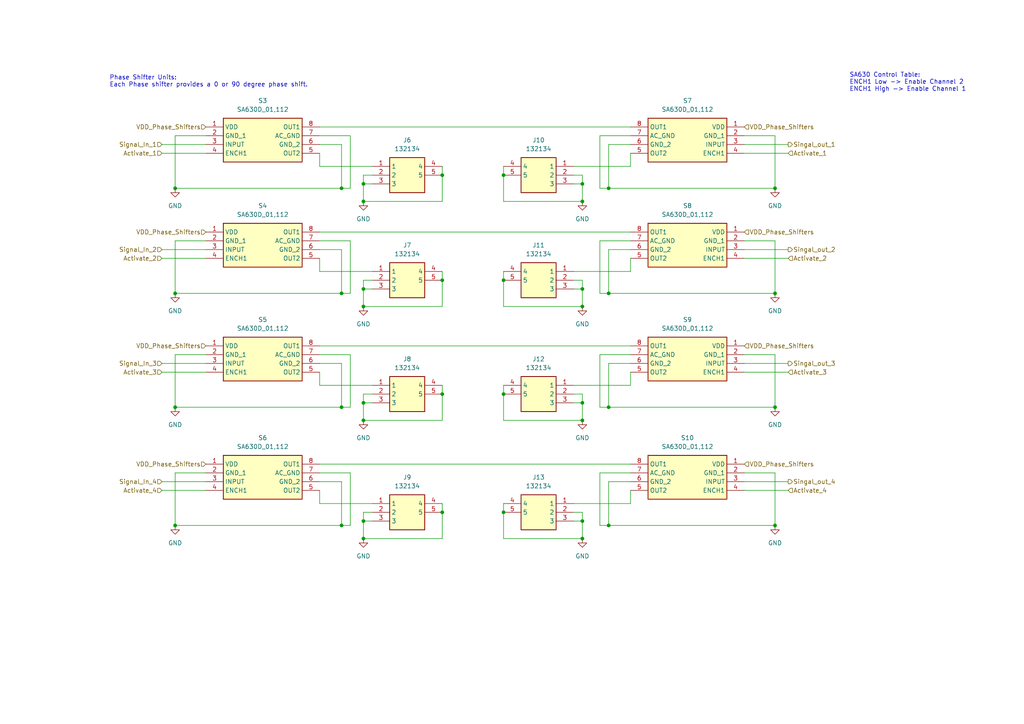
<source format=kicad_sch>
(kicad_sch (version 20230121) (generator eeschema)
  (paper "A4")
  (lib_symbols
    (symbol "Comms_system_parts:132134"
      (property "Reference" "J" (at 16.51 7.62 0))
      (property "Value" "132134" (at 16.51 5.08 0))
      (symbol "132134_1_1"
        (rectangle (start 5.08 2.54) (end 15.24 -7.62) (stroke (width 0.254)) (fill (type background)))
        (pin passive line (at 0 0 0) (length 5.08) (name "1") (number "1"))
        (pin passive line (at 0 -2.54 0) (length 5.08) (name "2") (number "2"))
        (pin passive line (at 0 -5.08 0) (length 5.08) (name "3") (number "3"))
        (pin passive line (at 20.32 0 180) (length 5.08) (name "4") (number "4"))
        (pin passive line (at 20.32 -2.54 180) (length 5.08) (name "5") (number "5"))
      )
    )
    (symbol "Comms_system_parts:SA630D_01,112"
      (property "Reference" "S" (at 29.21 7.62 0))
      (property "Value" "SA630D_01,112" (at 29.21 5.08 0))
      (symbol "SA630D_01,112_1_1"
        (rectangle (start 5.08 2.54) (end 27.94 -10.16) (stroke (width 0.254)) (fill (type background)))
        (pin passive line (at 0 0 0) (length 5.08) (name "VDD") (number "1"))
        (pin passive line (at 0 -2.54 0) (length 5.08) (name "GND_1") (number "2"))
        (pin passive line (at 0 -5.08 0) (length 5.08) (name "INPUT") (number "3"))
        (pin passive line (at 0 -7.62 0) (length 5.08) (name "ENCH1") (number "4"))
        (pin passive line (at 33.02 -7.62 180) (length 5.08) (name "OUT2") (number "5"))
        (pin passive line (at 33.02 -5.08 180) (length 5.08) (name "GND_2") (number "6"))
        (pin passive line (at 33.02 -2.54 180) (length 5.08) (name "AC_GND") (number "7"))
        (pin passive line (at 33.02 0 180) (length 5.08) (name "OUT1") (number "8"))
      )
    )
    (symbol "power:GND" (power) (pin_names (offset 0))
      (property "Value" "GND" (at 0 -3.81 0))
      (symbol "GND_0_1"
        (polyline (pts (xy 0 0) (xy 0 -1.27) (xy 1.27 -1.27) (xy 0 -2.54) (xy -1.27 -1.27) (xy 0 -1.27)))
      )
      (symbol "GND_1_1"
        (pin power_in line (at 0 0 270) (length 0) hide (name "GND") (number "1"))
      )
    )
  )
  (junction (at 168.91 156.21))
  (junction (at 105.41 151.13))
  (junction (at 128.27 50.8))
  (junction (at 105.41 58.42))
  (junction (at 128.27 148.59))
  (junction (at 105.41 83.82))
  (junction (at 224.79 54.61))
  (junction (at 128.27 81.28))
  (junction (at 105.41 156.21))
  (junction (at 168.91 58.42))
  (junction (at 50.8 118.11))
  (junction (at 146.05 81.28))
  (junction (at 146.05 114.3))
  (junction (at 168.91 151.13))
  (junction (at 224.79 118.11))
  (junction (at 176.53 118.11))
  (junction (at 50.8 54.61))
  (junction (at 50.8 152.4))
  (junction (at 168.91 116.84))
  (junction (at 128.27 114.3))
  (junction (at 168.91 121.92))
  (junction (at 224.79 152.4))
  (junction (at 105.41 121.92))
  (junction (at 176.53 54.61))
  (junction (at 176.53 85.09))
  (junction (at 105.41 53.34))
  (junction (at 105.41 116.84))
  (junction (at 146.05 148.59))
  (junction (at 168.91 53.34))
  (junction (at 224.79 85.09))
  (junction (at 168.91 88.9))
  (junction (at 99.06 85.09))
  (junction (at 99.06 118.11))
  (junction (at 176.53 152.4))
  (junction (at 146.05 50.8))
  (junction (at 105.41 88.9))
  (junction (at 99.06 54.61))
  (junction (at 50.8 85.09))
  (junction (at 168.91 83.82))
  (junction (at 99.06 152.4))
  (wire (pts (xy 92.71 36.83) (xy 182.88 36.83)))
  (wire (pts (xy 166.37 78.74) (xy 182.88 78.74)))
  (wire (pts (xy 99.06 72.39) (xy 99.06 85.09)))
  (wire (pts (xy 128.27 121.92) (xy 105.41 121.92)))
  (wire (pts (xy 128.27 146.05) (xy 128.27 148.59)))
  (wire (pts (xy 168.91 83.82) (xy 168.91 88.9)))
  (wire (pts (xy 182.88 139.7) (xy 176.53 139.7)))
  (wire (pts (xy 128.27 111.76) (xy 128.27 114.3)))
  (wire (pts (xy 105.41 148.59) (xy 105.41 151.13)))
  (wire (pts (xy 146.05 146.05) (xy 146.05 148.59)))
  (wire (pts (xy 168.91 83.82) (xy 166.37 83.82)))
  (wire (pts (xy 168.91 114.3) (xy 168.91 116.84)))
  (wire (pts (xy 146.05 148.59) (xy 146.05 156.21)))
  (wire (pts (xy 182.88 105.41) (xy 176.53 105.41)))
  (wire (pts (xy 215.9 72.39) (xy 228.6 72.39)))
  (wire (pts (xy 166.37 111.76) (xy 182.88 111.76)))
  (wire (pts (xy 182.88 39.37) (xy 173.99 39.37)))
  (wire (pts (xy 168.91 116.84) (xy 166.37 116.84)))
  (wire (pts (xy 176.53 54.61) (xy 224.79 54.61)))
  (wire (pts (xy 92.71 48.26) (xy 107.95 48.26)))
  (wire (pts (xy 92.71 107.95) (xy 92.71 111.76)))
  (wire (pts (xy 166.37 50.8) (xy 168.91 50.8)))
  (wire (pts (xy 146.05 48.26) (xy 146.05 50.8)))
  (wire (pts (xy 46.99 142.24) (xy 59.69 142.24)))
  (wire (pts (xy 146.05 58.42) (xy 168.91 58.42)))
  (wire (pts (xy 173.99 54.61) (xy 176.53 54.61)))
  (wire (pts (xy 176.53 105.41) (xy 176.53 118.11)))
  (wire (pts (xy 166.37 146.05) (xy 182.88 146.05)))
  (wire (pts (xy 46.99 41.91) (xy 59.69 41.91)))
  (wire (pts (xy 168.91 53.34) (xy 166.37 53.34)))
  (wire (pts (xy 182.88 107.95) (xy 182.88 111.76)))
  (wire (pts (xy 92.71 142.24) (xy 92.71 146.05)))
  (wire (pts (xy 128.27 50.8) (xy 128.27 58.42)))
  (wire (pts (xy 46.99 107.95) (xy 59.69 107.95)))
  (wire (pts (xy 101.6 102.87) (xy 101.6 118.11)))
  (wire (pts (xy 92.71 72.39) (xy 99.06 72.39)))
  (wire (pts (xy 166.37 148.59) (xy 168.91 148.59)))
  (wire (pts (xy 168.91 53.34) (xy 168.91 58.42)))
  (wire (pts (xy 128.27 81.28) (xy 128.27 88.9)))
  (wire (pts (xy 215.9 69.85) (xy 224.79 69.85)))
  (wire (pts (xy 173.99 85.09) (xy 176.53 85.09)))
  (wire (pts (xy 46.99 72.39) (xy 59.69 72.39)))
  (wire (pts (xy 146.05 78.74) (xy 146.05 81.28)))
  (wire (pts (xy 146.05 114.3) (xy 146.05 121.92)))
  (wire (pts (xy 176.53 118.11) (xy 224.79 118.11)))
  (wire (pts (xy 59.69 39.37) (xy 50.8 39.37)))
  (wire (pts (xy 105.41 114.3) (xy 107.95 114.3)))
  (wire (pts (xy 228.6 74.93) (xy 215.9 74.93)))
  (wire (pts (xy 173.99 39.37) (xy 173.99 54.61)))
  (wire (pts (xy 99.06 152.4) (xy 50.8 152.4)))
  (wire (pts (xy 176.53 85.09) (xy 224.79 85.09)))
  (wire (pts (xy 146.05 121.92) (xy 168.91 121.92)))
  (wire (pts (xy 168.91 81.28) (xy 168.91 83.82)))
  (wire (pts (xy 59.69 137.16) (xy 50.8 137.16)))
  (wire (pts (xy 92.71 102.87) (xy 101.6 102.87)))
  (wire (pts (xy 182.88 69.85) (xy 173.99 69.85)))
  (wire (pts (xy 105.41 151.13) (xy 107.95 151.13)))
  (wire (pts (xy 224.79 137.16) (xy 224.79 152.4)))
  (wire (pts (xy 99.06 118.11) (xy 50.8 118.11)))
  (wire (pts (xy 182.88 102.87) (xy 173.99 102.87)))
  (wire (pts (xy 59.69 102.87) (xy 50.8 102.87)))
  (wire (pts (xy 92.71 111.76) (xy 107.95 111.76)))
  (wire (pts (xy 128.27 88.9) (xy 105.41 88.9)))
  (wire (pts (xy 101.6 118.11) (xy 99.06 118.11)))
  (wire (pts (xy 105.41 151.13) (xy 105.41 156.21)))
  (wire (pts (xy 182.88 74.93) (xy 182.88 78.74)))
  (wire (pts (xy 224.79 69.85) (xy 224.79 85.09)))
  (wire (pts (xy 128.27 78.74) (xy 128.27 81.28)))
  (wire (pts (xy 128.27 58.42) (xy 105.41 58.42)))
  (wire (pts (xy 182.88 142.24) (xy 182.88 146.05)))
  (wire (pts (xy 215.9 105.41) (xy 228.6 105.41)))
  (wire (pts (xy 59.69 69.85) (xy 50.8 69.85)))
  (wire (pts (xy 168.91 116.84) (xy 168.91 121.92)))
  (wire (pts (xy 173.99 69.85) (xy 173.99 85.09)))
  (wire (pts (xy 105.41 116.84) (xy 107.95 116.84)))
  (wire (pts (xy 176.53 152.4) (xy 224.79 152.4)))
  (wire (pts (xy 173.99 118.11) (xy 176.53 118.11)))
  (wire (pts (xy 146.05 81.28) (xy 146.05 88.9)))
  (wire (pts (xy 176.53 72.39) (xy 176.53 85.09)))
  (wire (pts (xy 228.6 107.95) (xy 215.9 107.95)))
  (wire (pts (xy 105.41 53.34) (xy 107.95 53.34)))
  (wire (pts (xy 215.9 41.91) (xy 228.6 41.91)))
  (wire (pts (xy 105.41 83.82) (xy 107.95 83.82)))
  (wire (pts (xy 92.71 74.93) (xy 92.71 78.74)))
  (wire (pts (xy 146.05 50.8) (xy 146.05 58.42)))
  (wire (pts (xy 215.9 137.16) (xy 224.79 137.16)))
  (wire (pts (xy 105.41 81.28) (xy 107.95 81.28)))
  (wire (pts (xy 166.37 48.26) (xy 182.88 48.26)))
  (wire (pts (xy 128.27 148.59) (xy 128.27 156.21)))
  (wire (pts (xy 168.91 151.13) (xy 168.91 156.21)))
  (wire (pts (xy 92.71 100.33) (xy 182.88 100.33)))
  (wire (pts (xy 92.71 105.41) (xy 99.06 105.41)))
  (wire (pts (xy 92.71 69.85) (xy 101.6 69.85)))
  (wire (pts (xy 173.99 137.16) (xy 173.99 152.4)))
  (wire (pts (xy 46.99 44.45) (xy 59.69 44.45)))
  (wire (pts (xy 101.6 69.85) (xy 101.6 85.09)))
  (wire (pts (xy 176.53 139.7) (xy 176.53 152.4)))
  (wire (pts (xy 105.41 81.28) (xy 105.41 83.82)))
  (wire (pts (xy 105.41 116.84) (xy 105.41 121.92)))
  (wire (pts (xy 168.91 151.13) (xy 166.37 151.13)))
  (wire (pts (xy 224.79 39.37) (xy 224.79 54.61)))
  (wire (pts (xy 215.9 102.87) (xy 224.79 102.87)))
  (wire (pts (xy 166.37 81.28) (xy 168.91 81.28)))
  (wire (pts (xy 92.71 41.91) (xy 99.06 41.91)))
  (wire (pts (xy 215.9 139.7) (xy 228.6 139.7)))
  (wire (pts (xy 228.6 142.24) (xy 215.9 142.24)))
  (wire (pts (xy 101.6 85.09) (xy 99.06 85.09)))
  (wire (pts (xy 224.79 102.87) (xy 224.79 118.11)))
  (wire (pts (xy 99.06 54.61) (xy 50.8 54.61)))
  (wire (pts (xy 92.71 44.45) (xy 92.71 48.26)))
  (wire (pts (xy 105.41 83.82) (xy 105.41 88.9)))
  (wire (pts (xy 99.06 85.09) (xy 50.8 85.09)))
  (wire (pts (xy 146.05 156.21) (xy 168.91 156.21)))
  (wire (pts (xy 92.71 146.05) (xy 107.95 146.05)))
  (wire (pts (xy 105.41 50.8) (xy 105.41 53.34)))
  (wire (pts (xy 173.99 102.87) (xy 173.99 118.11)))
  (wire (pts (xy 182.88 41.91) (xy 176.53 41.91)))
  (wire (pts (xy 182.88 72.39) (xy 176.53 72.39)))
  (wire (pts (xy 92.71 78.74) (xy 107.95 78.74)))
  (wire (pts (xy 50.8 137.16) (xy 50.8 152.4)))
  (wire (pts (xy 128.27 48.26) (xy 128.27 50.8)))
  (wire (pts (xy 99.06 105.41) (xy 99.06 118.11)))
  (wire (pts (xy 99.06 41.91) (xy 99.06 54.61)))
  (wire (pts (xy 168.91 148.59) (xy 168.91 151.13)))
  (wire (pts (xy 182.88 137.16) (xy 173.99 137.16)))
  (wire (pts (xy 92.71 139.7) (xy 99.06 139.7)))
  (wire (pts (xy 105.41 114.3) (xy 105.41 116.84)))
  (wire (pts (xy 101.6 137.16) (xy 101.6 152.4)))
  (wire (pts (xy 92.71 39.37) (xy 101.6 39.37)))
  (wire (pts (xy 105.41 53.34) (xy 105.41 58.42)))
  (wire (pts (xy 92.71 134.62) (xy 182.88 134.62)))
  (wire (pts (xy 101.6 39.37) (xy 101.6 54.61)))
  (wire (pts (xy 50.8 69.85) (xy 50.8 85.09)))
  (wire (pts (xy 50.8 39.37) (xy 50.8 54.61)))
  (wire (pts (xy 99.06 139.7) (xy 99.06 152.4)))
  (wire (pts (xy 146.05 88.9) (xy 168.91 88.9)))
  (wire (pts (xy 92.71 67.31) (xy 182.88 67.31)))
  (wire (pts (xy 105.41 148.59) (xy 107.95 148.59)))
  (wire (pts (xy 146.05 111.76) (xy 146.05 114.3)))
  (wire (pts (xy 168.91 50.8) (xy 168.91 53.34)))
  (wire (pts (xy 176.53 41.91) (xy 176.53 54.61)))
  (wire (pts (xy 46.99 139.7) (xy 59.69 139.7)))
  (wire (pts (xy 228.6 44.45) (xy 215.9 44.45)))
  (wire (pts (xy 128.27 156.21) (xy 105.41 156.21)))
  (wire (pts (xy 101.6 54.61) (xy 99.06 54.61)))
  (wire (pts (xy 128.27 114.3) (xy 128.27 121.92)))
  (wire (pts (xy 101.6 152.4) (xy 99.06 152.4)))
  (wire (pts (xy 166.37 114.3) (xy 168.91 114.3)))
  (wire (pts (xy 46.99 74.93) (xy 59.69 74.93)))
  (wire (pts (xy 105.41 50.8) (xy 107.95 50.8)))
  (wire (pts (xy 46.99 105.41) (xy 59.69 105.41)))
  (wire (pts (xy 92.71 137.16) (xy 101.6 137.16)))
  (wire (pts (xy 215.9 39.37) (xy 224.79 39.37)))
  (wire (pts (xy 173.99 152.4) (xy 176.53 152.4)))
  (wire (pts (xy 50.8 102.87) (xy 50.8 118.11)))
  (wire (pts (xy 182.88 44.45) (xy 182.88 48.26)))
  (text "SA630 Control Table:\nENCH1 Low -> Enable Channel 2\nENCH1 High -> Enable Channel 1\n" (at 246.38 26.67 0) (effects (font (size 1.27 1.27)) (justify left bottom)))
  (text "Phase Shifter Units:\nEach Phase shifter provides a 0 or 90 degree phase shift.\n" (at 31.75 25.4 0) (effects (font (size 1.27 1.27)) (justify left bottom)))
  (hierarchical_label "Activate_1" (shape input) (at 46.99 44.45 180))
  (hierarchical_label "Singal_out_1" (shape output) (at 228.6 41.91 0))
  (hierarchical_label "Activate_3" (shape input) (at 46.99 107.95 180))
  (hierarchical_label "Signal_In_3" (shape input) (at 46.99 105.41 180))
  (hierarchical_label "VDD_Phase_Shifters" (shape input) (at 215.9 36.83 0))
  (hierarchical_label "VDD_Phase_Shifters" (shape input) (at 215.9 134.62 0))
  (hierarchical_label "Singal_out_4" (shape output) (at 228.6 139.7 0))
  (hierarchical_label "VDD_Phase_Shifters" (shape input) (at 59.69 134.62 180))
  (hierarchical_label "Activate_3" (shape input) (at 228.6 107.95 0))
  (hierarchical_label "Activate_2" (shape input) (at 46.99 74.93 180))
  (hierarchical_label "VDD_Phase_Shifters" (shape input) (at 59.69 100.33 180))
  (hierarchical_label "Singal_out_2" (shape output) (at 228.6 72.39 0))
  (hierarchical_label "VDD_Phase_Shifters" (shape input) (at 215.9 67.31 0))
  (hierarchical_label "Singal_out_3" (shape output) (at 228.6 105.41 0))
  (hierarchical_label "Signal_In_2" (shape input) (at 46.99 72.39 180))
  (hierarchical_label "VDD_Phase_Shifters" (shape input) (at 59.69 36.83 180))
  (hierarchical_label "VDD_Phase_Shifters" (shape input) (at 59.69 67.31 180))
  (hierarchical_label "VDD_Phase_Shifters" (shape input) (at 215.9 100.33 0))
  (hierarchical_label "Activate_4" (shape input) (at 46.99 142.24 180))
  (hierarchical_label "Signal_In_1" (shape input) (at 46.99 41.91 180))
  (hierarchical_label "Signal_In_4" (shape input) (at 46.99 139.7 180))
  (hierarchical_label "Activate_2" (shape input) (at 228.6 74.93 0))
  (hierarchical_label "Activate_4" (shape input) (at 228.6 142.24 0))
  (hierarchical_label "Activate_1" (shape input) (at 228.6 44.45 0))
  (symbol (lib_id "Comms_system_parts:132134") (at 166.37 78.74 0) (mirror y) (unit 1)
    (property "Reference" "J11" (at 156.21 71.12 0))
    (property "Value" "132134" (at 156.21 73.66 0))
    (property "Footprint" "132134" (effects hide))
    (property "Datasheet" "https://datasheet.datasheetarchive.com/originals/distributors/Datasheets-DGA15/760440.pdf" (effects hide))
    (property "Height" "9.53" (effects hide))
    (property "Manufacturer_Name" "Amphenol" (effects hide))
    (property "Manufacturer_Part_Number" "132134" (effects hide))
    (property "Mouser Part Number" "523-132134" (effects hide))
    (property "Mouser Price/Stock" "https://www.mouser.co.uk/ProductDetail/Amphenol-RF/132134?qs=b8dDPpdgesvQEpS4IQp3aA%3D%3D" (effects hide))
    (property "Arrow Part Number" "132134" (effects hide))
    (property "Arrow Price/Stock" "https://www.arrow.com/en/products/132134/amphenol-rf?region=nac" (effects hide))
  )
  (symbol (lib_id "power:GND") (at 50.8 85.09 0) (unit 1)
    (property "Reference" "#PWR033" (effects hide))
    (property "Value" "GND" (at 50.8 90.17 0))
  )
  (symbol (lib_id "Comms_system_parts:132134") (at 107.95 146.05 0) (unit 1)
    (property "Reference" "J9" (at 118.11 138.43 0))
    (property "Value" "132134" (at 118.11 140.97 0))
    (property "Footprint" "132134" (effects hide))
    (property "Datasheet" "https://datasheet.datasheetarchive.com/originals/distributors/Datasheets-DGA15/760440.pdf" (effects hide))
    (property "Height" "9.53" (effects hide))
    (property "Manufacturer_Name" "Amphenol" (effects hide))
    (property "Manufacturer_Part_Number" "132134" (effects hide))
    (property "Mouser Part Number" "523-132134" (effects hide))
    (property "Mouser Price/Stock" "https://www.mouser.co.uk/ProductDetail/Amphenol-RF/132134?qs=b8dDPpdgesvQEpS4IQp3aA%3D%3D" (effects hide))
    (property "Arrow Part Number" "132134" (effects hide))
    (property "Arrow Price/Stock" "https://www.arrow.com/en/products/132134/amphenol-rf?region=nac" (effects hide))
  )
  (symbol (lib_id "Comms_system_parts:SA630D_01,112") (at 59.69 100.33 0) (unit 1)
    (property "Reference" "S5" (at 76.2 92.71 0))
    (property "Value" "SA630D_01,112" (at 76.2 95.25 0))
    (property "Footprint" "SOIC127P600X175-8N" (effects hide))
    (property "Datasheet" "http://www.nxp.com/docs/en/data-sheet/SA630.pdf" (effects hide))
    (property "Height" "1.75" (effects hide))
    (property "Manufacturer_Name" "NXP" (effects hide))
    (property "Manufacturer_Part_Number" "SA630D/01,112" (effects hide))
    (property "Mouser Part Number" "771-SA630D01112" (effects hide))
    (property "Mouser Price/Stock" "https://www.mouser.co.uk/ProductDetail/NXP-Semiconductors/SA630D-01112?qs=LOCUfHb8d9vCKTDpXb7tnw%3D%3D" (effects hide))
    (property "Arrow Part Number" "SA630D/01,112" (effects hide))
    (property "Arrow Price/Stock" "https://www.arrow.com/en/products/sa630d01112/nxp-semiconductors?region=nac" (effects hide))
  )
  (symbol (lib_id "power:GND") (at 50.8 118.11 0) (unit 1)
    (property "Reference" "#PWR034" (effects hide))
    (property "Value" "GND" (at 50.8 123.19 0))
  )
  (symbol (lib_id "Comms_system_parts:SA630D_01,112") (at 215.9 134.62 0) (mirror y) (unit 1)
    (property "Reference" "S10" (at 199.39 127 0))
    (property "Value" "SA630D_01,112" (at 199.39 129.54 0))
    (property "Footprint" "SOIC127P600X175-8N" (effects hide))
    (property "Datasheet" "http://www.nxp.com/docs/en/data-sheet/SA630.pdf" (effects hide))
    (property "Height" "1.75" (effects hide))
    (property "Manufacturer_Name" "NXP" (effects hide))
    (property "Manufacturer_Part_Number" "SA630D/01,112" (effects hide))
    (property "Mouser Part Number" "771-SA630D01112" (effects hide))
    (property "Mouser Price/Stock" "https://www.mouser.co.uk/ProductDetail/NXP-Semiconductors/SA630D-01112?qs=LOCUfHb8d9vCKTDpXb7tnw%3D%3D" (effects hide))
    (property "Arrow Part Number" "SA630D/01,112" (effects hide))
    (property "Arrow Price/Stock" "https://www.arrow.com/en/products/sa630d01112/nxp-semiconductors?region=nac" (effects hide))
  )
  (symbol (lib_id "power:GND") (at 168.91 121.92 0) (mirror y) (unit 1)
    (property "Reference" "#PWR042" (effects hide))
    (property "Value" "GND" (at 168.91 127 0))
  )
  (symbol (lib_id "Comms_system_parts:SA630D_01,112") (at 215.9 100.33 0) (mirror y) (unit 1)
    (property "Reference" "S9" (at 199.39 92.71 0))
    (property "Value" "SA630D_01,112" (at 199.39 95.25 0))
    (property "Footprint" "SOIC127P600X175-8N" (effects hide))
    (property "Datasheet" "http://www.nxp.com/docs/en/data-sheet/SA630.pdf" (effects hide))
    (property "Height" "1.75" (effects hide))
    (property "Manufacturer_Name" "NXP" (effects hide))
    (property "Manufacturer_Part_Number" "SA630D/01,112" (effects hide))
    (property "Mouser Part Number" "771-SA630D01112" (effects hide))
    (property "Mouser Price/Stock" "https://www.mouser.co.uk/ProductDetail/NXP-Semiconductors/SA630D-01112?qs=LOCUfHb8d9vCKTDpXb7tnw%3D%3D" (effects hide))
    (property "Arrow Part Number" "SA630D/01,112" (effects hide))
    (property "Arrow Price/Stock" "https://www.arrow.com/en/products/sa630d01112/nxp-semiconductors?region=nac" (effects hide))
  )
  (symbol (lib_id "power:GND") (at 105.41 121.92 0) (unit 1)
    (property "Reference" "#PWR038" (effects hide))
    (property "Value" "GND" (at 105.41 127 0))
  )
  (symbol (lib_id "Comms_system_parts:SA630D_01,112") (at 59.69 67.31 0) (unit 1)
    (property "Reference" "S4" (at 76.2 59.69 0))
    (property "Value" "SA630D_01,112" (at 76.2 62.23 0))
    (property "Footprint" "SOIC127P600X175-8N" (effects hide))
    (property "Datasheet" "http://www.nxp.com/docs/en/data-sheet/SA630.pdf" (effects hide))
    (property "Height" "1.75" (effects hide))
    (property "Manufacturer_Name" "NXP" (effects hide))
    (property "Manufacturer_Part_Number" "SA630D/01,112" (effects hide))
    (property "Mouser Part Number" "771-SA630D01112" (effects hide))
    (property "Mouser Price/Stock" "https://www.mouser.co.uk/ProductDetail/NXP-Semiconductors/SA630D-01112?qs=LOCUfHb8d9vCKTDpXb7tnw%3D%3D" (effects hide))
    (property "Arrow Part Number" "SA630D/01,112" (effects hide))
    (property "Arrow Price/Stock" "https://www.arrow.com/en/products/sa630d01112/nxp-semiconductors?region=nac" (effects hide))
  )
  (symbol (lib_id "Comms_system_parts:SA630D_01,112") (at 59.69 134.62 0) (unit 1)
    (property "Reference" "S6" (at 76.2 127 0))
    (property "Value" "SA630D_01,112" (at 76.2 129.54 0))
    (property "Footprint" "SOIC127P600X175-8N" (effects hide))
    (property "Datasheet" "http://www.nxp.com/docs/en/data-sheet/SA630.pdf" (effects hide))
    (property "Height" "1.75" (effects hide))
    (property "Manufacturer_Name" "NXP" (effects hide))
    (property "Manufacturer_Part_Number" "SA630D/01,112" (effects hide))
    (property "Mouser Part Number" "771-SA630D01112" (effects hide))
    (property "Mouser Price/Stock" "https://www.mouser.co.uk/ProductDetail/NXP-Semiconductors/SA630D-01112?qs=LOCUfHb8d9vCKTDpXb7tnw%3D%3D" (effects hide))
    (property "Arrow Part Number" "SA630D/01,112" (effects hide))
    (property "Arrow Price/Stock" "https://www.arrow.com/en/products/sa630d01112/nxp-semiconductors?region=nac" (effects hide))
  )
  (symbol (lib_id "power:GND") (at 224.79 118.11 0) (mirror y) (unit 1)
    (property "Reference" "#PWR046" (effects hide))
    (property "Value" "GND" (at 224.79 123.19 0))
  )
  (symbol (lib_id "Comms_system_parts:SA630D_01,112") (at 215.9 36.83 0) (mirror y) (unit 1)
    (property "Reference" "S7" (at 199.39 29.21 0))
    (property "Value" "SA630D_01,112" (at 199.39 31.75 0))
    (property "Footprint" "SOIC127P600X175-8N" (effects hide))
    (property "Datasheet" "http://www.nxp.com/docs/en/data-sheet/SA630.pdf" (effects hide))
    (property "Height" "1.75" (effects hide))
    (property "Manufacturer_Name" "NXP" (effects hide))
    (property "Manufacturer_Part_Number" "SA630D/01,112" (effects hide))
    (property "Mouser Part Number" "771-SA630D01112" (effects hide))
    (property "Mouser Price/Stock" "https://www.mouser.co.uk/ProductDetail/NXP-Semiconductors/SA630D-01112?qs=LOCUfHb8d9vCKTDpXb7tnw%3D%3D" (effects hide))
    (property "Arrow Part Number" "SA630D/01,112" (effects hide))
    (property "Arrow Price/Stock" "https://www.arrow.com/en/products/sa630d01112/nxp-semiconductors?region=nac" (effects hide))
  )
  (symbol (lib_id "power:GND") (at 224.79 54.61 0) (mirror y) (unit 1)
    (property "Reference" "#PWR044" (effects hide))
    (property "Value" "GND" (at 224.79 59.69 0))
  )
  (symbol (lib_id "power:GND") (at 224.79 152.4 0) (mirror y) (unit 1)
    (property "Reference" "#PWR047" (effects hide))
    (property "Value" "GND" (at 224.79 157.48 0))
  )
  (symbol (lib_id "power:GND") (at 50.8 152.4 0) (unit 1)
    (property "Reference" "#PWR035" (effects hide))
    (property "Value" "GND" (at 50.8 157.48 0))
  )
  (symbol (lib_id "Comms_system_parts:132134") (at 166.37 146.05 0) (mirror y) (unit 1)
    (property "Reference" "J13" (at 156.21 138.43 0))
    (property "Value" "132134" (at 156.21 140.97 0))
    (property "Footprint" "132134" (effects hide))
    (property "Datasheet" "https://datasheet.datasheetarchive.com/originals/distributors/Datasheets-DGA15/760440.pdf" (effects hide))
    (property "Height" "9.53" (effects hide))
    (property "Manufacturer_Name" "Amphenol" (effects hide))
    (property "Manufacturer_Part_Number" "132134" (effects hide))
    (property "Mouser Part Number" "523-132134" (effects hide))
    (property "Mouser Price/Stock" "https://www.mouser.co.uk/ProductDetail/Amphenol-RF/132134?qs=b8dDPpdgesvQEpS4IQp3aA%3D%3D" (effects hide))
    (property "Arrow Part Number" "132134" (effects hide))
    (property "Arrow Price/Stock" "https://www.arrow.com/en/products/132134/amphenol-rf?region=nac" (effects hide))
  )
  (symbol (lib_id "Comms_system_parts:132134") (at 107.95 78.74 0) (unit 1)
    (property "Reference" "J7" (at 118.11 71.12 0))
    (property "Value" "132134" (at 118.11 73.66 0))
    (property "Footprint" "132134" (effects hide))
    (property "Datasheet" "https://datasheet.datasheetarchive.com/originals/distributors/Datasheets-DGA15/760440.pdf" (effects hide))
    (property "Height" "9.53" (effects hide))
    (property "Manufacturer_Name" "Amphenol" (effects hide))
    (property "Manufacturer_Part_Number" "132134" (effects hide))
    (property "Mouser Part Number" "523-132134" (effects hide))
    (property "Mouser Price/Stock" "https://www.mouser.co.uk/ProductDetail/Amphenol-RF/132134?qs=b8dDPpdgesvQEpS4IQp3aA%3D%3D" (effects hide))
    (property "Arrow Part Number" "132134" (effects hide))
    (property "Arrow Price/Stock" "https://www.arrow.com/en/products/132134/amphenol-rf?region=nac" (effects hide))
  )
  (symbol (lib_id "power:GND") (at 168.91 88.9 0) (mirror y) (unit 1)
    (property "Reference" "#PWR041" (effects hide))
    (property "Value" "GND" (at 168.91 93.98 0))
  )
  (symbol (lib_id "power:GND") (at 50.8 54.61 0) (unit 1)
    (property "Reference" "#PWR032" (effects hide))
    (property "Value" "GND" (at 50.8 59.69 0))
  )
  (symbol (lib_id "Comms_system_parts:132134") (at 166.37 48.26 0) (mirror y) (unit 1)
    (property "Reference" "J10" (at 156.21 40.64 0))
    (property "Value" "132134" (at 156.21 43.18 0))
    (property "Footprint" "132134" (effects hide))
    (property "Datasheet" "https://datasheet.datasheetarchive.com/originals/distributors/Datasheets-DGA15/760440.pdf" (effects hide))
    (property "Height" "9.53" (effects hide))
    (property "Manufacturer_Name" "Amphenol" (effects hide))
    (property "Manufacturer_Part_Number" "132134" (effects hide))
    (property "Mouser Part Number" "523-132134" (effects hide))
    (property "Mouser Price/Stock" "https://www.mouser.co.uk/ProductDetail/Amphenol-RF/132134?qs=b8dDPpdgesvQEpS4IQp3aA%3D%3D" (effects hide))
    (property "Arrow Part Number" "132134" (effects hide))
    (property "Arrow Price/Stock" "https://www.arrow.com/en/products/132134/amphenol-rf?region=nac" (effects hide))
  )
  (symbol (lib_id "power:GND") (at 105.41 156.21 0) (unit 1)
    (property "Reference" "#PWR039" (effects hide))
    (property "Value" "GND" (at 105.41 161.29 0))
  )
  (symbol (lib_id "power:GND") (at 168.91 58.42 0) (mirror y) (unit 1)
    (property "Reference" "#PWR040" (effects hide))
    (property "Value" "GND" (at 168.91 63.5 0))
  )
  (symbol (lib_id "Comms_system_parts:SA630D_01,112") (at 215.9 67.31 0) (mirror y) (unit 1)
    (property "Reference" "S8" (at 199.39 59.69 0))
    (property "Value" "SA630D_01,112" (at 199.39 62.23 0))
    (property "Footprint" "SOIC127P600X175-8N" (effects hide))
    (property "Datasheet" "http://www.nxp.com/docs/en/data-sheet/SA630.pdf" (effects hide))
    (property "Height" "1.75" (effects hide))
    (property "Manufacturer_Name" "NXP" (effects hide))
    (property "Manufacturer_Part_Number" "SA630D/01,112" (effects hide))
    (property "Mouser Part Number" "771-SA630D01112" (effects hide))
    (property "Mouser Price/Stock" "https://www.mouser.co.uk/ProductDetail/NXP-Semiconductors/SA630D-01112?qs=LOCUfHb8d9vCKTDpXb7tnw%3D%3D" (effects hide))
    (property "Arrow Part Number" "SA630D/01,112" (effects hide))
    (property "Arrow Price/Stock" "https://www.arrow.com/en/products/sa630d01112/nxp-semiconductors?region=nac" (effects hide))
  )
  (symbol (lib_id "power:GND") (at 168.91 156.21 0) (mirror y) (unit 1)
    (property "Reference" "#PWR043" (effects hide))
    (property "Value" "GND" (at 168.91 161.29 0))
  )
  (symbol (lib_id "power:GND") (at 105.41 58.42 0) (unit 1)
    (property "Reference" "#PWR036" (effects hide))
    (property "Value" "GND" (at 105.41 63.5 0))
  )
  (symbol (lib_id "Comms_system_parts:132134") (at 107.95 48.26 0) (unit 1)
    (property "Reference" "J6" (at 118.11 40.64 0))
    (property "Value" "132134" (at 118.11 43.18 0))
    (property "Footprint" "132134" (effects hide))
    (property "Datasheet" "https://datasheet.datasheetarchive.com/originals/distributors/Datasheets-DGA15/760440.pdf" (effects hide))
    (property "Height" "9.53" (effects hide))
    (property "Manufacturer_Name" "Amphenol" (effects hide))
    (property "Manufacturer_Part_Number" "132134" (effects hide))
    (property "Mouser Part Number" "523-132134" (effects hide))
    (property "Mouser Price/Stock" "https://www.mouser.co.uk/ProductDetail/Amphenol-RF/132134?qs=b8dDPpdgesvQEpS4IQp3aA%3D%3D" (effects hide))
    (property "Arrow Part Number" "132134" (effects hide))
    (property "Arrow Price/Stock" "https://www.arrow.com/en/products/132134/amphenol-rf?region=nac" (effects hide))
  )
  (symbol (lib_id "power:GND") (at 105.41 88.9 0) (unit 1)
    (property "Reference" "#PWR037" (effects hide))
    (property "Value" "GND" (at 105.41 93.98 0))
  )
  (symbol (lib_id "Comms_system_parts:SA630D_01,112") (at 59.69 36.83 0) (unit 1)
    (property "Reference" "S3" (at 76.2 29.21 0))
    (property "Value" "SA630D_01,112" (at 76.2 31.75 0))
    (property "Footprint" "SOIC127P600X175-8N" (effects hide))
    (property "Datasheet" "http://www.nxp.com/docs/en/data-sheet/SA630.pdf" (effects hide))
    (property "Height" "1.75" (effects hide))
    (property "Manufacturer_Name" "NXP" (effects hide))
    (property "Manufacturer_Part_Number" "SA630D/01,112" (effects hide))
    (property "Mouser Part Number" "771-SA630D01112" (effects hide))
    (property "Mouser Price/Stock" "https://www.mouser.co.uk/ProductDetail/NXP-Semiconductors/SA630D-01112?qs=LOCUfHb8d9vCKTDpXb7tnw%3D%3D" (effects hide))
    (property "Arrow Part Number" "SA630D/01,112" (effects hide))
    (property "Arrow Price/Stock" "https://www.arrow.com/en/products/sa630d01112/nxp-semiconductors?region=nac" (effects hide))
  )
  (symbol (lib_id "Comms_system_parts:132134") (at 107.95 111.76 0) (unit 1)
    (property "Reference" "J8" (at 118.11 104.14 0))
    (property "Value" "132134" (at 118.11 106.68 0))
    (property "Footprint" "132134" (effects hide))
    (property "Datasheet" "https://datasheet.datasheetarchive.com/originals/distributors/Datasheets-DGA15/760440.pdf" (effects hide))
    (property "Height" "9.53" (effects hide))
    (property "Manufacturer_Name" "Amphenol" (effects hide))
    (property "Manufacturer_Part_Number" "132134" (effects hide))
    (property "Mouser Part Number" "523-132134" (effects hide))
    (property "Mouser Price/Stock" "https://www.mouser.co.uk/ProductDetail/Amphenol-RF/132134?qs=b8dDPpdgesvQEpS4IQp3aA%3D%3D" (effects hide))
    (property "Arrow Part Number" "132134" (effects hide))
    (property "Arrow Price/Stock" "https://www.arrow.com/en/products/132134/amphenol-rf?region=nac" (effects hide))
  )
  (symbol (lib_id "Comms_system_parts:132134") (at 166.37 111.76 0) (mirror y) (unit 1)
    (property "Reference" "J12" (at 156.21 104.14 0))
    (property "Value" "132134" (at 156.21 106.68 0))
    (property "Footprint" "132134" (effects hide))
    (property "Datasheet" "https://datasheet.datasheetarchive.com/originals/distributors/Datasheets-DGA15/760440.pdf" (effects hide))
    (property "Height" "9.53" (effects hide))
    (property "Manufacturer_Name" "Amphenol" (effects hide))
    (property "Manufacturer_Part_Number" "132134" (effects hide))
    (property "Mouser Part Number" "523-132134" (effects hide))
    (property "Mouser Price/Stock" "https://www.mouser.co.uk/ProductDetail/Amphenol-RF/132134?qs=b8dDPpdgesvQEpS4IQp3aA%3D%3D" (effects hide))
    (property "Arrow Part Number" "132134" (effects hide))
    (property "Arrow Price/Stock" "https://www.arrow.com/en/products/132134/amphenol-rf?region=nac" (effects hide))
  )
  (symbol (lib_id "power:GND") (at 224.79 85.09 0) (mirror y) (unit 1)
    (property "Reference" "#PWR045" (effects hide))
    (property "Value" "GND" (at 224.79 90.17 0))
  )
)
</source>
